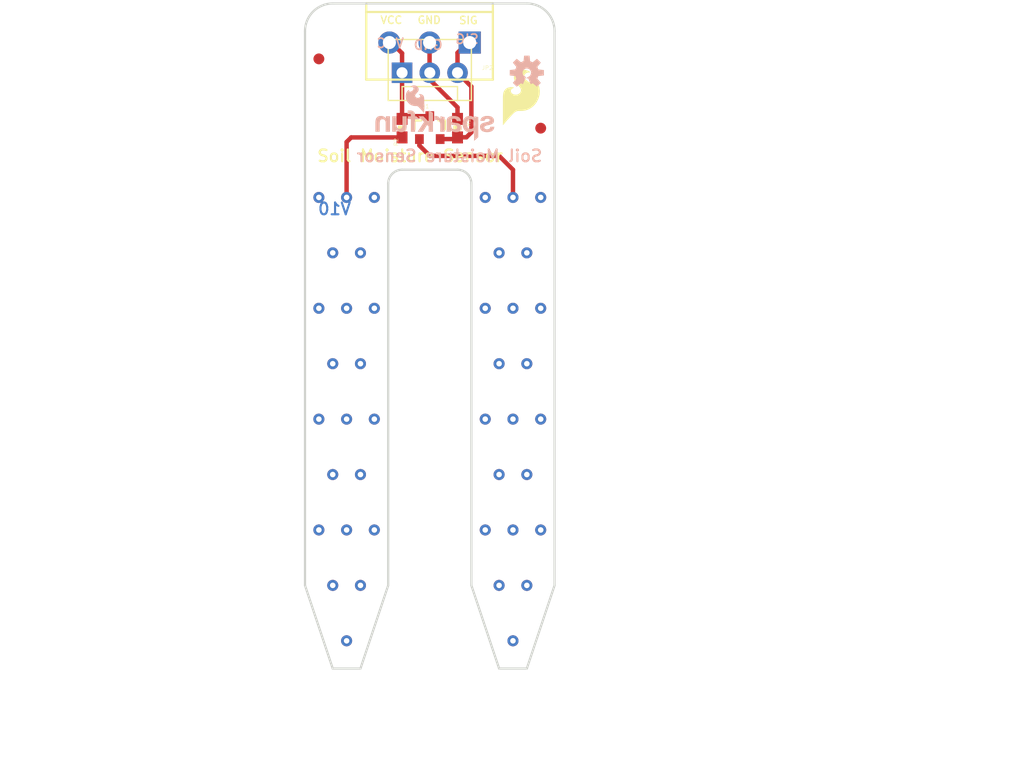
<source format=kicad_pcb>
(kicad_pcb (version 20240108) (generator "pcbnew") (generator_version "8.0")
  (layers (0 "F.Cu" signal) (31 "B.Cu" signal) (34 "B.Paste" user) (35 "F.Paste" user) (36 "B.SilkS" user "B.Silkscreen") (37 "F.SilkS" user "F.Silkscreen") (38 "B.Mask" user) (39 "F.Mask" user) (44 "Edge.Cuts" user))
  (net 0 "")
  (net 1 "/SIG")
  (net 2 "VCC")
  (net 3 "GND")
  (net 4 "/PROBE1")
  (net 5 "/PROBE2")
  (footprint "SparkFun_Soil_Moisture_Sensor:0603-RES" (layer "F.Cu") (at 151.0411 85.9536 -90)
    (property "Reference" "R1" (at -0.889 -0.762 -90) (layer "F.SilkS") (effects (font (size 0.373888 0.373888) (thickness 0.032512)) (justify right top)))
    (property "Value" "10k")
    (fp_poly (pts (xy -0.2286 0.381) (xy 0.2286 0.381) (xy 0.2286 -0.381) (xy -0.2286 -0.381)) (fill solid) (layer "F.SilkS"))
    (pad "1" smd rect (at -0.85 0 270) (size 1.1 1) (layers "F.Cu" "F.Paste" "F.Mask") (net 3 "GND"))
    (pad "2" smd rect (at 0.85 0 270) (size 1.1 1) (layers "F.Cu" "F.Paste" "F.Mask") (net 1 "/SIG"))
  )
  (footprint "SparkFun_Soil_Moisture_Sensor:MOLEX-1X3" (layer "F.Cu") (at 145.9611 80.8736)
    (property "Reference" "JP1" (hide yes))
    (property "Value" "M03POLAR" (hide yes))
    (fp_line (start -1.27 -3.048) (end -1.27 2.54) (stroke (width 0.127)) (layer "F.SilkS"))
    (fp_line (start 0 1.27) (end 5.08 1.27) (stroke (width 0.127)) (layer "F.SilkS"))
    (fp_line (start 0 2.54) (end -1.27 2.54) (stroke (width 0.127)) (layer "F.SilkS"))
    (fp_line (start 0 2.54) (end 0 1.27) (stroke (width 0.127)) (layer "F.SilkS"))
    (fp_line (start 5.08 1.27) (end 5.08 2.54) (stroke (width 0.127)) (layer "F.SilkS"))
    (fp_line (start 5.08 2.54) (end 0 2.54) (stroke (width 0.127)) (layer "F.SilkS"))
    (fp_line (start 6.35 -3.048) (end -1.27 -3.048) (stroke (width 0.127)) (layer "F.SilkS"))
    (fp_line (start 6.35 -3.048) (end 6.35 2.54) (stroke (width 0.127)) (layer "F.SilkS"))
    (fp_line (start 6.35 2.54) (end 5.08 2.54) (stroke (width 0.127)) (layer "F.SilkS"))
    (pad "1" thru_hole rect (at 0 0) (size 1.8796 1.8796) (drill 1.016) (layers "*.Cu" "*.Mask") (net 2 "VCC"))
    (pad "2" thru_hole circle (at 2.54 0) (size 1.8796 1.8796) (drill 1.016) (layers "*.Cu" "*.Mask") (net 3 "GND"))
    (pad "3" thru_hole circle (at 5.08 0) (size 1.8796 1.8796) (drill 1.016) (layers "*.Cu" "*.Mask") (net 1 "/SIG"))
  )
  (footprint "SparkFun_Soil_Moisture_Sensor:SFE_LOGO_FLAME_.2" (layer "F.Cu") (at 154.8511 85.9536)
    (property "Reference" "U$4" (hide yes))
    (property "Value" "" (hide yes))
    (fp_poly (pts (xy 2.350408 -5.352523) (xy 2.530814 -5.30241) (xy 2.681118 -5.242289) (xy 2.801381 -5.172135) (xy 2.871447 -5.122087) (xy 2.908389 -5.09746) (xy 2.889687 -5.09746) (xy 2.849688 -5.10746) (xy 2.720136 -5.10746) (xy 2.630452 -5.097495) (xy 2.550888 -5.077604) (xy 2.471429 -5.037874) (xy 2.391839 -4.968233) (xy 2.352152 -4.918624) (xy 2.322316 -4.858952) (xy 2.30246 -4.809312) (xy 2.292574 -4.75) (xy 2.302481 -4.69056) (xy 2.322333 -4.621078) (xy 2.362134 -4.561378) (xy 2.412 -4.481591) (xy 2.461723 -4.431869) (xy 2.531572 -4.371998) (xy 2.601476 -4.322067) (xy 2.671312 -4.272183) (xy 2.750926 -4.232376) (xy 2.820698 -4.212442) (xy 2.890355 -4.19254) (xy 2.959477 -4.19254) (xy 3.028551 -4.222143) (xy 3.077982 -4.271574) (xy 3.107574 -4.320894) (xy 3.117495 -4.380418) (xy 3.127418 -4.439956) (xy 3.11746 -4.489748) (xy 3.11746 -4.554583) (xy 3.281592 -4.452001) (xy 3.452057 -4.281535) (xy 3.582326 -4.041038) (xy 3.682475 -3.760623) (xy 3.732551 -3.430119) (xy 3.71252 -3.079583) (xy 3.612378 -2.71907) (xy 3.422151 -2.348628) (xy 3.281933 -2.168348) (xy 3.13171 -2.00811) (xy 2.961453 -1.877913) (xy 2.771205 -1.757757) (xy 2.570861 -1.667602) (xy 2.350494 -1.607502) (xy 2.110158 -1.57746) (xy 1.720342 -1.57746) (xy 1.610861 -1.547601) (xy 1.501267 -1.497786) (xy 1.401581 -1.428005) (xy 1.301749 -1.338157) (xy 1.191872 -1.22828) (xy 1.081901 -1.098315) (xy 0.951865 -0.958277) (xy 0.951866 -0.958277) (xy 0.831866 -0.828277) (xy 0.721915 -0.708331) (xy 0.62192 -0.588337) (xy 0.531947 -0.488367) (xy 0.461968 -0.398393) (xy 0.401865 -0.328273) (xy 0.362088 -0.288496) (xy 0.34746 -0.25924) (xy 0.34746 -2.840067) (xy 0.357468 -3.030225) (xy 0.377504 -3.190509) (xy 0.417635 -3.330969) (xy 0.477869 -3.441397) (xy 0.548092 -3.531684) (xy 0.628382 -3.611974) (xy 0.718811 -3.67226) (xy 0.819192 -3.712412) (xy 0.929416 -3.742474) (xy 1.029748 -3.76254) (xy 1.210181 -3.76254) (xy 1.280661 -3.752471) (xy 1.330863 -3.732389) (xy 1.360413 -3.72254) (xy 1.376132 -3.72254) (xy 1.361505 -3.707912) (xy 1.341136 -3.697728) (xy 1.301041 -3.677681) (xy 1.251256 -3.657767) (xy 1.211552 -3.627989) (xy 1.161697 -3.588105) (xy 1.121924 -3.548332) (xy 1.092279 -3.508806) (xy 1.07254 -3.449587) (xy 1.07254 -3.380355) (xy 1.092376 -3.310926) (xy 1.122088 -3.251504) (xy 1.181723 -3.191869) (xy 1.251275 -3.132252) (xy 1.340734 -3.102433) (xy 1.450342 -3.07254) (xy 1.609645 -3.07254) (xy 1.748921 -3.112333) (xy 1.868325 -3.191935) (xy 1.957736 -3.291281) (xy 1.99746 -3.420383) (xy 1.99746 -3.559436) (xy 1.927847 -3.708605) (xy 1.798139 -3.858268) (xy 1.628085 -4.028323) (xy 1.497836 -4.198649) (xy 1.407627 -4.379066) (xy 1.35746 -4.549634) (xy 1.35746 -4.720435) (xy 1.417717 -4.891162) (xy 1.528109 -5.051733) (xy 1.69859 -5.192129) (xy 1.929117 -5.312404) (xy 2.149778 -5.362554)) (fill solid) (layer "F.SilkS"))
  )
  (footprint "SparkFun_Soil_Moisture_Sensor:SCREWTERMINAL-3.5MM-3_LOCK.007S" (layer "F.Cu") (at 151.9809 78.105 180)
    (property "Reference" "JP2" (at -1.27 -2.54 180) (layer "F.SilkS") (effects (font (size 0.373888 0.373888) (thickness 0.032512)) (justify left bottom)))
    (property "Value" "M03SCREW_LOCK")
    (fp_line (start 9.3 3.6) (end -2.3 3.6) (stroke (width 0.2032)) (layer "F.SilkS"))
    (fp_line (start 9.3 2.8) (end 9.3 3.6) (stroke (width 0.2032)) (layer "F.SilkS"))
    (fp_line (start 9.3 2.8) (end -2.3 2.8) (stroke (width 0.2032)) (layer "F.SilkS"))
    (fp_line (start 9.3 -3.4) (end 9.3 2.8) (stroke (width 0.2032)) (layer "F.SilkS"))
    (fp_line (start -2.3 3.6) (end -2.3 2.8) (stroke (width 0.2032)) (layer "F.SilkS"))
    (fp_line (start -2.3 2.8) (end -2.3 -3.4) (stroke (width 0.2032)) (layer "F.SilkS"))
    (fp_line (start -2.3 -3.4) (end 9.3 -3.4) (stroke (width 0.2032)) (layer "F.SilkS"))
    (pad "1" thru_hole rect (at -0.1778 0 180) (size 2.032 2.032) (drill 1.2) (layers "*.Cu" "*.Mask") (net 1 "/SIG"))
    (pad "2" thru_hole circle (at 3.5 0 180) (size 2.032 2.032) (drill 1.2) (layers "*.Cu" "*.Mask") (net 3 "GND"))
    (pad "3" thru_hole circle (at 7.1778 0 180) (size 2.032 2.032) (drill 1.2) (layers "*.Cu" "*.Mask") (net 2 "VCC"))
  )
  (footprint "SparkFun_Soil_Moisture_Sensor:FIDUCIAL-1X2" (layer "F.Cu") (at 138.3411 79.6036)
    (property "Reference" "FID1" (hide yes))
    (property "Value" "FIDUCIAL1X2" (hide yes))
    (pad "1" smd roundrect (at 0 0) (size 1 1) (layers "F.Cu" "F.Mask") (roundrect_rratio 0.5))
  )
  (footprint "SparkFun_Soil_Moisture_Sensor:0603-RES" (layer "F.Cu") (at 145.9611 85.9536 90)
    (property "Reference" "R2" (at -0.889 -0.762 90) (layer "F.SilkS") (effects (font (size 0.373888 0.373888) (thickness 0.032512)) (justify right top)))
    (property "Value" "100")
    (fp_poly (pts (xy -0.2286 0.381) (xy 0.2286 0.381) (xy 0.2286 -0.381) (xy -0.2286 -0.381)) (fill solid) (layer "F.SilkS"))
    (pad "1" smd rect (at -0.85 0 90) (size 1.1 1) (layers "F.Cu" "F.Paste" "F.Mask") (net 5 "/PROBE2"))
    (pad "2" smd rect (at 0.85 0 90) (size 1.1 1) (layers "F.Cu" "F.Paste" "F.Mask") (net 2 "VCC"))
  )
  (footprint "SparkFun_Soil_Moisture_Sensor:CREATIVE_COMMONS" (layer "F.Cu") (at 129.4511 145.6436)
    (property "Reference" "FRAME1" (hide yes))
    (property "Value" "FRAME-LETTER" (hide yes))
  )
  (footprint "SparkFun_Soil_Moisture_Sensor:STAND-OFF" (layer "F.Cu") (at 139.6111 77.0636)
    (property "Reference" "STANDOFF1" (hide yes))
    (property "Value" "STAND-OFF" (hide yes))
    (pad "" np_thru_hole circle (at 0 0) (size 3.302 3.302) (drill 3.302) (layers "*.Cu" "*.Mask"))
  )
  (footprint "SparkFun_Soil_Moisture_Sensor:STAND-OFF" (layer "F.Cu") (at 157.3911 77.0636)
    (property "Reference" "STANDOFF2" (hide yes))
    (property "Value" "STAND-OFF" (hide yes))
    (pad "" np_thru_hole circle (at 0 0) (size 3.302 3.302) (drill 3.302) (layers "*.Cu" "*.Mask"))
  )
  (footprint "SparkFun_Soil_Moisture_Sensor:SOT23-3" (layer "F.Cu") (at 148.5011 85.9536)
    (property "Reference" "Q1" (at -0.8255 -1.778 0) (layer "F.SilkS") (effects (font (size 0.373888 0.373888) (thickness 0.032512)) (justify left bottom)))
    (property "Value" "TRANSISTOR_NPNMMBT2222A")
    (fp_line (start -1.4 -0.7) (end -1.4 0.1) (stroke (width 0.2032)) (layer "F.SilkS"))
    (fp_line (start -0.8 -0.7) (end -1.4 -0.7) (stroke (width 0.2032)) (layer "F.SilkS"))
    (fp_line (start 0.8 -0.7) (end 1.4 -0.7) (stroke (width 0.2032)) (layer "F.SilkS"))
    (fp_line (start 1.4 -0.7) (end 1.4 0.1) (stroke (width 0.2032)) (layer "F.SilkS"))
    (pad "1" smd rect (at -0.95 1) (size 0.8 0.9) (layers "F.Cu" "F.Paste" "F.Mask") (net 4 "/PROBE1"))
    (pad "2" smd rect (at 0.95 1) (size 0.8 0.9) (layers "F.Cu" "F.Paste" "F.Mask") (net 1 "/SIG"))
    (pad "3" smd rect (at 0 -1.1) (size 0.8 0.9) (layers "F.Cu" "F.Paste" "F.Mask") (net 2 "VCC"))
  )
  (footprint "SparkFun_Soil_Moisture_Sensor:FIDUCIAL-1X2" (layer "F.Cu") (at 158.6611 85.9536)
    (property "Reference" "FID2" (hide yes))
    (property "Value" "FIDUCIAL1X2" (hide yes))
    (pad "1" smd roundrect (at 0 0) (size 1 1) (layers "F.Cu" "F.Mask") (roundrect_rratio 0.5))
  )
  (footprint "SparkFun_Soil_Moisture_Sensor:SFE_LOGO_NAME_FLAME_.1" (layer "B.Cu") (at 154.8511 87.2236 180)
    (property "Reference" "LOGO1" (hide yes))
    (property "Value" "SFE_LOGO_NAME_FLAME.1_INCH" (hide yes))
    (fp_poly (pts (xy 3.342723 1.632471) (xy 3.332519 1.489622) (xy 3.302427 1.35922) (xy 3.251323 1.23657) (xy 2.906799 1.398699) (xy 2.937517 1.480612) (xy 2.94746 1.560155) (xy 2.94746 1.642606)) (fill solid) (layer "B.SilkS"))
    (fp_poly (pts (xy 6.45254 1.85631) (xy 6.938918 2.36254) (xy 7.406216 2.36254) (xy 6.873268 1.839647) (xy 7.464702 0.93746) (xy 6.988585 0.93746) (xy 6.599469 1.56603) (xy 6.45254 1.428896) (xy 6.45254 0.93746) (xy 6.05746 0.93746) (xy 6.05746 2.681517) (xy 6.45254 2.894253)) (fill solid) (layer "B.SilkS"))
    (fp_poly (pts (xy 4.232958 1.578639) (xy 4.2106 1.56746) (xy 4.190413 1.56746) (xy 4.160412 1.55746) (xy 4.120413 1.55746) (xy 4.090412 1.54746) (xy 4.0506 1.54746) (xy 4.0306 1.53746) (xy 4.00825 1.53746) (xy 3.926458 1.752162) (xy 4.01972 1.762524) (xy 4.109679 1.772519) (xy 4.181909 1.782838)) (fill solid) (layer "B.SilkS"))
    (fp_poly (pts (xy 8.37254 2.88157) (xy 8.37254 2.59746) (xy 8.200312 2.59746) (xy 8.160888 2.587604) (xy 8.121738 2.568029) (xy 8.102203 2.538726) (xy 8.09254 2.5194) (xy 8.09254 2.479687) (xy 8.08254 2.439687) (xy 8.08254 2.36254) (xy 8.35254 2.36254) (xy 8.35254 2.09746) (xy 8.08254 2.09746) (xy 8.08254 0.93746) (xy 7.69746 0.93746) (xy 7.69746 2.09746) (xy 7.30238 2.09746) (xy 7.348332 2.131924) (xy 7.508332 2.291924) (xy 7.548185 2.321814) (xy 7.57873 2.36254) (xy 7.69746 2.36254) (xy 7.69746 2.560461) (xy 7.727642 2.640947) (xy 7.757811 2.711341) (xy 7.808258 2.771877) (xy 7.878686 2.822183) (xy 7.95906 2.86237) (xy 8.059627 2.89254) (xy 8.3506 2.89254)) (fill solid) (layer "B.SilkS"))
    (fp_poly (pts (xy 5.901052 2.38254) (xy 5.91254 2.38254) (xy 5.91254 2.01746) (xy 5.8994 2.01746) (xy 5.8794 2.02746) (xy 5.770123 2.02746) (xy 5.670438 2.017491) (xy 5.590955 1.99762) (xy 5.521658 1.958022) (xy 5.472093 1.898545) (xy 5.432357 1.829007) (xy 5.412466 1.759386) (xy 5.39254 1.669719) (xy 5.39254 0.93746) (xy 4.99746 0.93746) (xy 4.99746 2.292082) (xy 5.049451 2.30248) (xy 5.089687 2.31254) (xy 5.139747 2.31254) (xy 5.189451 2.32248) (xy 5.229443 2.332479) (xy 5.279502 2.342491) (xy 5.329452 2.352481) (xy 5.37254 2.363253) (xy 5.37254 2.099563) (xy 5.407893 2.161432) (xy 5.448032 2.211607) (xy 5.498213 2.271823) (xy 5.548568 2.312107) (xy 5.618958 2.35233) (xy 5.679249 2.372427) (xy 5.749644 2.39254) (xy 5.891052 2.39254)) (fill solid) (layer "B.SilkS"))
    (fp_poly (pts (xy 8.85254 1.560155) (xy 8.86252 1.480315) (xy 8.872513 1.400367) (xy 8.882403 1.341029) (xy 8.912032 1.301524) (xy 8.941733 1.261922) (xy 8.990929 1.232404) (xy 9.040478 1.222495) (xy 9.100052 1.212565) (xy 9.179633 1.222513) (xy 9.239105 1.232425) (xy 9.288425 1.262017) (xy 9.327912 1.301504) (xy 9.357692 1.361064) (xy 9.387524 1.430674) (xy 9.39746 1.510155) (xy 9.39746 2.36254) (xy 9.79254 2.36254) (xy 9.79254 0.93746) (xy 9.41746 0.93746) (xy 9.41746 1.13746) (xy 9.411359 1.13746) (xy 9.372052 1.078499) (xy 9.331807 1.028193) (xy 9.281377 0.987848) (xy 9.221041 0.957681) (xy 9.170874 0.937614) (xy 9.110586 0.917518) (xy 9.040393 0.90749) (xy 8.98012 0.897445) (xy 8.839465 0.907492) (xy 8.728943 0.947682) (xy 8.638542 0.997904) (xy 8.568001 1.058368) (xy 8.517646 1.149007) (xy 8.487526 1.249406) (xy 8.46746 1.359771) (xy 8.46746 2.36254) (xy 8.85254 2.36254)) (fill solid) (layer "B.SilkS"))
    (fp_poly (pts (xy 10.950429 2.382516) (xy 11.060965 2.35237) (xy 11.151545 2.302048) (xy 11.222001 2.231592) (xy 11.272335 2.151057) (xy 11.302474 2.050594) (xy 11.322522 1.940325) (xy 11.33254 1.810098) (xy 11.33254 0.93746) (xy 10.93746 0.93746) (xy 10.93746 1.739845) (xy 10.927486 1.819641) (xy 10.917491 1.889606) (xy 10.907574 1.949105) (xy 10.877889 1.998581) (xy 10.848266 2.038077) (xy 10.799071 2.067595) (xy 10.749522 2.077505) (xy 10.689947 2.087434) (xy 10.610367 2.077486) (xy 10.550894 2.067574) (xy 10.501697 2.038056) (xy 10.462091 1.988548) (xy 10.432268 1.938843) (xy 10.402482 1.869342) (xy 10.39254 1.779864) (xy 10.39254 0.93746) (xy 9.99746 0.93746) (xy 9.99746 2.36254) (xy 10.37254 2.36254) (xy 10.37254 2.16254) (xy 10.378641 2.16254) (xy 10.418026 2.221618) (xy 10.458303 2.261896) (xy 10.508499 2.302052) (xy 10.568874 2.342302) (xy 10.629197 2.36241) (xy 10.689386 2.382473) (xy 10.74979 2.39254) (xy 10.810091 2.39254)) (fill solid) (layer "B.SilkS"))
    (fp_poly (pts (xy 2.850522 2.382511) (xy 2.991123 2.332296) (xy 3.101656 2.261957) (xy 3.192029 2.161542) (xy 3.262327 2.051075) (xy 3.30246 1.920641) (xy 3.332522 1.780352) (xy 3.34272 1.627389) (xy 2.94746 1.637524) (xy 2.94746 1.729845) (xy 2.937517 1.809387) (xy 2.907648 1.889038) (xy 2.877809 1.95866) (xy 2.828284 2.018091) (xy 2.768789 2.057755) (xy 2.699342 2.087518) (xy 2.610018 2.097442) (xy 2.530612 2.087517) (xy 2.45127 2.057764) (xy 2.401786 2.018176) (xy 2.35219 1.95866) (xy 2.322352 1.889038) (xy 2.292482 1.809387) (xy 2.28254 1.729845) (xy 2.28254 1.560312) (xy 2.302464 1.480616) (xy 2.322413 1.400817) (xy 2.352143 1.331449) (xy 2.401716 1.281876) (xy 2.461213 1.232294) (xy 2.530494 1.2125) (xy 2.619981 1.202557) (xy 2.699531 1.2125) (xy 2.77882 1.232323) (xy 2.838176 1.281786) (xy 2.877799 1.331315) (xy 2.908702 1.403418) (xy 3.253521 1.24115) (xy 3.192055 1.128463) (xy 3.101655 1.038063) (xy 2.991176 0.957715) (xy 2.870575 0.917514) (xy 2.719958 0.897432) (xy 2.659582 0.907495) (xy 2.599582 0.917495) (xy 2.539206 0.927557) (xy 2.478777 0.957772) (xy 2.428693 0.987822) (xy 2.378302 1.018057) (xy 2.338017 1.068413) (xy 2.298779 1.11746) (xy 2.29254 1.11746) (xy 2.29254 0.093868) (xy 2.198303 0.188105) (xy 2.098413 0.268017) (xy 2.048303 0.308104) (xy 1.998204 0.358204) (xy 1.958303 0.398104) (xy 1.90746 0.438779) (xy 1.90746 2.291983) (xy 1.949443 2.302479) (xy 1.999748 2.31254) (xy 2.049688 2.31254) (xy 2.089443 2.322479) (xy 2.139451 2.33248) (xy 2.179443 2.342479) (xy 2.229502 2.352491) (xy 2.28254 2.363098) (xy 2.28254 2.18724) (xy 2.318104 2.231697) (xy 2.358303 2.271896) (xy 2.408547 2.31209) (xy 2.458693 2.342178) (xy 2.509107 2.372426) (xy 2.569582 2.382505) (xy 2.62979 2.39254) (xy 2.700085 2.39254)) (fill solid) (layer "B.SilkS"))
    (fp_poly (pts (xy 1.310594 2.372474) (xy 1.410884 2.342387) (xy 1.501294 2.302204) (xy 1.581814 2.241814) (xy 1.642169 2.161341) (xy 1.692443 2.060794) (xy 1.712998 1.93746) (xy 1.337918 1.93746) (xy 1.327554 1.989276) (xy 1.30774 2.03881) (xy 1.288168 2.068168) (xy 1.258726 2.087797) (xy 1.218952 2.107684) (xy 1.169512 2.12746) (xy 1.000413 2.12746) (xy 0.970711 2.117559) (xy 0.930715 2.10756) (xy 0.901629 2.097865) (xy 0.882113 2.068591) (xy 0.86254 2.039231) (xy 0.86254 2.000312) (xy 0.872339 1.961114) (xy 0.901814 1.921814) (xy 0.94134 1.89217) (xy 1.000974 1.862353) (xy 1.060567 1.842488) (xy 1.140467 1.832501) (xy 1.220616 1.812464) (xy 1.300616 1.792464) (xy 1.38056 1.772477) (xy 1.470926 1.752396) (xy 1.54126 1.712205) (xy 1.611454 1.672094) (xy 1.671909 1.621715) (xy 1.712243 1.561215) (xy 1.742483 1.490655) (xy 1.752562 1.399946) (xy 1.732472 1.269367) (xy 1.692258 1.158778) (xy 1.631873 1.078263) (xy 1.551427 1.007874) (xy 1.450911 0.957616) (xy 1.340544 0.927516) (xy 1.220315 0.907477) (xy 1.1 0.897451) (xy 0.979685 0.907477) (xy 0.859456 0.927516) (xy 0.749089 0.957616) (xy 0.648573 1.007874) (xy 0.568144 1.078249) (xy 0.497775 1.168724) (xy 0.457534 1.269327) (xy 0.437039 1.40254) (xy 0.81254 1.40254) (xy 0.81254 1.340488) (xy 0.832232 1.291256) (xy 0.861814 1.251814) (xy 0.901524 1.222032) (xy 0.941029 1.192403) (xy 1.000458 1.182499) (xy 1.050478 1.172495) (xy 1.109895 1.162592) (xy 1.149687 1.17254) (xy 1.189688 1.17254) (xy 1.229112 1.182396) (xy 1.26866 1.20217) (xy 1.308332 1.231924) (xy 1.337706 1.261298) (xy 1.347536 1.300616) (xy 1.357382 1.34) (xy 1.347604 1.379112) (xy 1.327996 1.418328) (xy 1.288581 1.447889) (xy 1.238933 1.477678) (xy 1.179284 1.497561) (xy 1.099384 1.517536) (xy 1.019451 1.537519) (xy 0.919475 1.557515) (xy 0.829275 1.577559) (xy 0.749053 1.607642) (xy 0.678866 1.637723) (xy 0.608664 1.677838) (xy 0.548168 1.718168) (xy 0.507757 1.778785) (xy 0.477517 1.849345) (xy 0.467448 1.939965) (xy 0.4775 2.06059) (xy 0.517803 2.161346) (xy 0.588209 2.24181) (xy 0.658584 2.302132) (xy 0.759168 2.352424) (xy 0.859524 2.372495) (xy 0.969771 2.39254) (xy 1.200229 2.39254)) (fill solid) (layer "B.SilkS"))
    (fp_poly (pts (xy 7.950848 5.162395) (xy 8.031017 5.132331) (xy 8.091341 5.102169) (xy 8.131668 5.071924) (xy 8.146132 5.05746) (xy 8.109588 5.05746) (xy 8.079587 5.06746) (xy 8.050312 5.06746) (xy 8.010557 5.057521) (xy 7.960831 5.047575) (xy 7.92134 5.02783) (xy 7.881871 4.998228) (xy 7.862303 4.968876) (xy 7.852353 4.939026) (xy 7.842353 4.919026) (xy 7.832677 4.89) (xy 7.842441 4.860711) (xy 7.852357 4.821042) (xy 7.872201 4.791277) (xy 7.892087 4.751504) (xy 7.921618 4.721973) (xy 7.951468 4.702074) (xy 7.991472 4.672071) (xy 8.021274 4.652203) (xy 8.1006 4.61254) (xy 8.169587 4.61254) (xy 8.198876 4.622303) (xy 8.227865 4.641629) (xy 8.23759 4.670803) (xy 8.24746 4.700413) (xy 8.24746 4.78411) (xy 8.331573 4.742053) (xy 8.412067 4.651498) (xy 8.482313 4.531076) (xy 8.53246 4.390665) (xy 8.562553 4.230166) (xy 8.552521 4.049585) (xy 8.502367 3.86903) (xy 8.402125 3.688595) (xy 8.331908 3.598316) (xy 8.251736 3.518144) (xy 8.171502 3.447939) (xy 8.071132 3.387717) (xy 7.970808 3.347588) (xy 7.860544 3.317516) (xy 7.74021 3.29746) (xy 7.550208 3.29746) (xy 7.490894 3.287574) (xy 7.441452 3.257909) (xy 7.391587 3.218017) (xy 7.341786 3.178176) (xy 7.291878 3.118285) (xy 7.231796 3.058204) (xy 7.161944 2.988352) (xy 7.111945 2.918353) (xy 7.051876 2.858284) (xy 7.001878 2.798285) (xy 6.951923 2.748331) (xy 6.921924 2.708332) (xy 6.891973 2.678381) (xy 6.871359 2.64746) (xy 6.85746 2.64746) (xy 6.85746 3.930141) (xy 6.867476 4.02028) (xy 6.877505 4.110548) (xy 6.897647 4.170974) (xy 6.927772 4.231223) (xy 6.958149 4.281851) (xy 7.008581 4.31211) (xy 7.048745 4.342234) (xy 7.099057 4.362358) (xy 7.149312 4.38246) (xy 7.20979 4.39254) (xy 7.290313 4.39254) (xy 7.330312 4.38254) (xy 7.3506 4.38254) (xy 7.374288 4.370696) (xy 7.361505 4.357912) (xy 7.341136 4.347728) (xy 7.320974 4.337647) (xy 7.291371 4.327779) (xy 7.251973 4.288381) (xy 7.232303 4.258876) (xy 7.22254 4.229587) (xy 7.22254 4.200413) (xy 7.232353 4.170974) (xy 7.252088 4.131504) (xy 7.281619 4.101973) (xy 7.311189 4.082259) (xy 7.360723 4.062446) (xy 7.410253 4.05254) (xy 7.489688 4.05254) (xy 7.568957 4.072357) (xy 7.628262 4.111894) (xy 7.667733 4.161232) (xy 7.68746 4.220413) (xy 7.68746 4.289477) (xy 7.657823 4.358629) (xy 7.588088 4.438327) (xy 7.508095 4.52832) (xy 7.437911 4.608531) (xy 7.387601 4.699089) (xy 7.36746 4.789721) (xy 7.36746 4.870412) (xy 7.397711 4.961166) (xy 7.448099 5.031709) (xy 7.538529 5.112091) (xy 7.649143 5.172426) (xy 7.759771 5.19254) (xy 7.860412 5.19254)) (fill solid) (layer "B.SilkS"))
    (fp_poly (pts (xy 4.320253 2.38254) (xy 4.380252 2.38254) (xy 4.430727 2.372445) (xy 4.480723 2.352445) (xy 4.530727 2.342445) (xy 4.581255 2.322234) (xy 4.621524 2.292032) (xy 4.661524 2.262032) (xy 4.701814 2.231814) (xy 4.732169 2.191341) (xy 4.752319 2.151041) (xy 4.772445 2.100727) (xy 4.78254 2.050252) (xy 4.78254 1.1806) (xy 4.79254 1.1606) (xy 4.79254 1.0706) (xy 4.80254 1.0506) (xy 4.80254 1.0306) (xy 4.81254 1.0106) (xy 4.81254 0.9806) (xy 4.822088 0.961504) (xy 4.83254 0.951052) (xy 4.83254 0.93746) (xy 4.43746 0.93746) (xy 4.43746 0.948948) (xy 4.42746 0.958948) (xy 4.42746 0.968948) (xy 4.41746 0.978948) (xy 4.41746 1.008948) (xy 4.40746 1.018948) (xy 4.40746 1.071611) (xy 4.391832 1.048168) (xy 4.361618 1.028026) (xy 4.341618 1.008026) (xy 4.311126 0.987698) (xy 4.281124 0.977697) (xy 4.251126 0.957698) (xy 4.220803 0.94759) (xy 4.160803 0.92759) (xy 4.130412 0.91746) (xy 4.100413 0.91746) (xy 4.070412 0.90746) (xy 4.030413 0.90746) (xy 4.000412 0.89746) (xy 3.889748 0.89746) (xy 3.839747 0.90746) (xy 3.789687 0.90746) (xy 3.749217 0.917578) (xy 3.698959 0.937681) (xy 3.658723 0.957799) (xy 3.628726 0.977796) (xy 3.588495 0.997912) (xy 3.558026 1.028382) (xy 3.537928 1.058528) (xy 3.507926 1.098532) (xy 3.487608 1.129009) (xy 3.477575 1.179168) (xy 3.45746 1.2194) (xy 3.45746 1.269747) (xy 3.447414 1.319977) (xy 3.467533 1.430632) (xy 3.49767 1.521042) (xy 3.538013 1.591642) (xy 3.60853 1.652086) (xy 3.678917 1.692307) (xy 3.759244 1.722429) (xy 3.83955 1.742506) (xy 3.931674 1.752742) (xy 4.013317 1.538428) (xy 3.980974 1.527647) (xy 3.961504 1.517912) (xy 3.951505 1.507912) (xy 3.931136 1.497728) (xy 3.911504 1.487912) (xy 3.901505 1.477912) (xy 3.881893 1.468106) (xy 3.85254 1.4094) (xy 3.85254 1.3894) (xy 3.84254 1.3694) (xy 3.84254 1.320412) (xy 3.85254 1.290412) (xy 3.85254 1.2706) (xy 3.862087 1.251504) (xy 3.872088 1.241505) (xy 3.881893 1.221893) (xy 3.901505 1.212088) (xy 3.911504 1.202087) (xy 3.931136 1.192272) (xy 3.9506 1.18254) (xy 3.9706 1.18254) (xy 3.9906 1.17254) (xy 4.0106 1.17254) (xy 4.0306 1.16254) (xy 4.079747 1.16254) (xy 4.129748 1.17254) (xy 4.1794 1.17254) (xy 4.219113 1.192397) (xy 4.258957 1.202357) (xy 4.288381 1.221973) (xy 4.308026 1.241618) (xy 4.328026 1.271618) (xy 4.347779 1.291371) (xy 4.35759 1.320803) (xy 4.367647 1.350974) (xy 4.377647 1.370974) (xy 4.38746 1.400413) (xy 4.38746 1.623868) (xy 4.371052 1.60746) (xy 4.3506 1.60746) (xy 4.3106 1.58746) (xy 4.2906 1.58746) (xy 4.2706 1.57746) (xy 4.228017 1.57746) (xy 4.17694 1.781767) (xy 4.249238 1.802423) (xy 4.308933 1.822322) (xy 4.358266 1.851922) (xy 4.38746 1.890846) (xy 4.38746 1.9994) (xy 4.367728 2.038864) (xy 4.357912 2.058495) (xy 4.347912 2.068495) (xy 4.338106 2.088106) (xy 4.318864 2.097728) (xy 4.2794 2.11746) (xy 4.2594 2.11746) (xy 4.2394 2.12746) (xy 4.0606 2.12746) (xy 3.961504 2.077912) (xy 3.922088 2.038496) (xy 3.912353 2.019026) (xy 3.902353 1.989026) (xy 3.89254 1.9694) (xy 3.89254 1.91746) (xy 3.497002 1.91746) (xy 3.507495 1.980418) (xy 3.517527 2.040614) (xy 3.537721 2.101194) (xy 3.567888 2.141418) (xy 3.597889 2.191419) (xy 3.628186 2.231814) (xy 3.668581 2.262111) (xy 3.718693 2.292178) (xy 3.768868 2.322283) (xy 3.819273 2.342445) (xy 3.869346 2.352459) (xy 3.929386 2.372473) (xy 3.989522 2.382495) (xy 4.039748 2.39254) (xy 4.270252 2.39254)) (fill solid) (layer "B.SilkS"))
  )
  (footprint "SparkFun_Soil_Moisture_Sensor:OSHW-LOGO-S" (layer "B.Cu") (at 157.3911 80.8736 180)
    (property "Reference" "LOGO2" (hide yes))
    (property "Value" "OSHW-LOGOS" (hide yes))
    (fp_poly (pts (xy 0.301646 1.06135) (xy 0.42347 1.022344) (xy 0.537176 0.963768) (xy 0.92862 1.282946) (xy 1.282946 0.92862) (xy 0.961034 0.533823) (xy 1.057045 0.302084) (xy 1.5638 0.250561) (xy 1.5638 -0.250561) (xy 1.057045 -0.302084) (xy 0.961034 -0.533823) (xy 1.282946 -0.92862) (xy 0.92862 -1.282946) (xy 0.537177 -0.963769) (xy 0.356601 -1.056794) (xy 0.088679 -0.410073) (xy 0.326262 -0.217599) (xy 0.373649 -0.121467) (xy 0.392728 -0.010339) (xy 0.379464 0.101633) (xy 0.334947 0.205228) (xy 0.262841 0.291917) (xy 0.169087 0.35456) (xy 0.061406 0.387998) (xy -0.051341 0.38948) (xy -0.159867 0.358881) (xy -0.255233 0.298724) (xy -0.329589 0.213961) (xy -0.376813 0.111569) (xy -0.392175 0.005766) (xy -0.322922 -0.222564) (xy -0.249312 -0.303772) (xy 0.091677 -0.5081) (xy -0.12929 -0.5081) (xy -0.355332 -1.053732) (xy -0.506597 -0.983577) (xy -0.538921 -0.965192) (xy -0.92862 -1.282946) (xy -1.282946 -0.92862) (xy -0.961034 -0.533823) (xy -1.057045 -0.302084) (xy -1.5638 -0.250561) (xy -1.5638 0.250561) (xy -1.057045 0.302084) (xy -0.961034 0.533823) (xy -1.282946 0.92862) (xy -0.92862 1.282946) (xy -0.533823 0.961034) (xy -0.302084 1.057045) (xy -0.250561 1.5638) (xy 0.250561 1.5638)) (fill solid) (layer "B.SilkS"))
  )
  (gr_line (start 152.3111 127.8636) (end 152.3111 91.0336) (stroke (width 0.2032)) (layer "Edge.Cuts"))
  (gr_line (start 154.8511 135.4836) (end 152.3111 127.8636) (stroke (width 0.2032)) (layer "Edge.Cuts"))
  (gr_arc (start 137.0711 77.0636) (mid 137.815049 75.267549) (end 139.6111 74.5236) (stroke (width 0.2032)) (layer "Edge.Cuts"))
  (gr_line (start 139.6111 135.4836) (end 142.1511 135.4836) (stroke (width 0.2032)) (layer "Edge.Cuts"))
  (gr_arc (start 151.0411 89.7636) (mid 151.939126 90.135574) (end 152.3111 91.0336) (stroke (width 0.2032)) (layer "Edge.Cuts"))
  (gr_line (start 139.6111 74.5236) (end 157.3911 74.5236) (stroke (width 0.2032)) (layer "Edge.Cuts"))
  (gr_line (start 159.9311 77.0636) (end 159.9311 127.8636) (stroke (width 0.2032)) (layer "Edge.Cuts"))
  (gr_arc (start 157.3911 74.5236) (mid 159.187151 75.267549) (end 159.9311 77.0636) (stroke (width 0.2032)) (layer "Edge.Cuts"))
  (gr_line (start 137.0711 77.0636) (end 137.0711 127.8636) (stroke (width 0.2032)) (layer "Edge.Cuts"))
  (gr_line (start 145.9611 89.7636) (end 151.0411 89.7636) (stroke (width 0.2032)) (layer "Edge.Cuts"))
  (gr_line (start 142.1511 135.4836) (end 144.6911 127.8636) (stroke (width 0.2032)) (layer "Edge.Cuts"))
  (gr_arc (start 144.6911 91.0336) (mid 145.063074 90.135574) (end 145.9611 89.7636) (stroke (width 0.2032)) (layer "Edge.Cuts"))
  (gr_line (start 144.6911 127.8636) (end 144.6911 91.0336) (stroke (width 0.2032)) (layer "Edge.Cuts"))
  (gr_line (start 137.0711 127.8636) (end 139.6111 135.4836) (stroke (width 0.2032)) (layer "Edge.Cuts"))
  (gr_line (start 157.3911 135.4836) (end 154.8511 135.4836) (stroke (width 0.2032)) (layer "Edge.Cuts"))
  (gr_line (start 159.9311 127.8636) (end 157.3911 135.4836) (stroke (width 0.2032)) (layer "Edge.Cuts"))
  (gr_text "V10" (at 141.3891 93.989676 -0) (layer "B.Cu") (effects (font (size 1.0795 1.0795) (thickness 0.1905)) (justify left bottom mirror)))
  (gr_text "GND" (at 149.7711 78.837004 -0) (layer "B.SilkS") (effects (font (size 0.8636 0.8636) (thickness 0.1524)) (justify left bottom mirror)))
  (gr_text "VCC" (at 146.2151 78.672509 -0) (layer "B.SilkS") (effects (font (size 0.8636 0.8636) (thickness 0.1524)) (justify left bottom mirror)))
  (gr_text "SIG" (at 153.0731 78.302394 -0) (layer "B.SilkS") (effects (font (size 0.8636 0.8636) (thickness 0.1524)) (justify left bottom mirror)))
  (gr_text "Soil Moisture Sensor" (at 158.9151 89.1286 0) (layer "B.SilkS") (effects (font (size 1.0795 1.0795) (thickness 0.1905)) (justify left bottom mirror)))
  (gr_text "Soil Moisture Sensor" (at 138.0871 89.1286 0) (layer "F.SilkS") (effects (font (size 1.0795 1.0795) (thickness 0.1905)) (justify left bottom)))
  (gr_text "GND" (at 147.310977 75.6412 0) (layer "F.SilkS") (effects (font (size 0.69088 0.69088) (thickness 0.12192)) (justify left top)))
  (gr_text "VCC" (at 143.911973 75.6412 0) (layer "F.SilkS") (effects (font (size 0.69088 0.69088) (thickness 0.12192)) (justify left top)))
  (gr_text "SIG" (at 151.116865 75.6666 0) (layer "F.SilkS") (effects (font (size 0.69088 0.69088) (thickness 0.12192)) (justify left top)))
  (segment (start 152.3111 86.3346) (end 151.8539 86.7918) (width 0.4064) (layer "F.Cu") (net 1))
  (segment (start 149.4511 86.9536) (end 150.8911 86.9536) (width 0.4064) (layer "F.Cu") (net 1))
  (segment (start 151.9809 78.105) (end 152.1587 78.105) (width 0.4064) (layer "F.Cu") (net 1))
  (segment (start 151.0411 79.0448) (end 151.9809 78.105) (width 0.4064) (layer "F.Cu") (net 1))
  (segment (start 151.0529 86.7918) (end 151.0411 86.8036) (width 0.254) (layer "F.Cu") (net 1))
  (segment (start 151.0411 79.0448) (end 151.0411 80.8736) (width 0.4064) (layer "F.Cu") (net 1))
  (segment (start 151.0411 80.8736) (end 152.3111 82.1436) (width 0.4064) (layer "F.Cu") (net 1))
  (segment (start 151.8539 86.7918) (end 151.0529 86.7918) (width 0.4064) (layer "F.Cu") (net 1))
  (segment (start 150.8911 86.9536) (end 151.0411 86.8036) (width 0.254) (layer "F.Cu") (net 1))
  (segment (start 152.3111 82.1436) (end 152.3111 86.3346) (width 0.4064) (layer "F.Cu") (net 1))
  (segment (start 144.9809 78.105) (end 144.8031 78.105) (width 0.4064) (layer "F.Cu") (net 2))
  (segment (start 145.9611 79.0852) (end 145.9611 80.8736) (width 0.4064) (layer "F.Cu") (net 2))
  (segment (start 145.9611 85.1036) (end 146.2111 84.8536) (width 0.254) (layer "F.Cu") (net 2))
  (segment (start 145.9611 80.8736) (end 145.9611 85.1036) (width 0.4064) (layer "F.Cu") (net 2))
  (segment (start 146.2111 84.8536) (end 148.5011 84.8536) (width 0.4064) (layer "F.Cu") (net 2))
  (segment (start 145.9611 79.0852) (end 144.9809 78.105) (width 0.4064) (layer "F.Cu") (net 2))
  (segment (start 151.0411 84.0486) (end 151.0411 85.1036) (width 0.4064) (layer "F.Cu") (net 3))
  (segment (start 148.4809 80.8534) (end 148.5011 80.8736) (width 0.254) (layer "F.Cu") (net 3))
  (segment (start 148.5011 81.5086) (end 151.0411 84.0486) (width 0.4064) (layer "F.Cu") (net 3))
  (segment (start 148.5011 80.8736) (end 148.5011 81.5086) (width 0.4064) (layer "F.Cu") (net 3))
  (segment (start 148.4809 80.8534) (end 148.4809 78.105) (width 0.4064) (layer "F.Cu") (net 3))
  (segment (start 156.1211 92.3036) (end 156.1211 89.7636) (width 0.4064) (layer "F.Cu") (net 4))
  (segment (start 156.1211 89.7636) (end 154.8511 88.4936) (width 0.4064) (layer "F.Cu") (net 4))
  (segment (start 147.5511 87.5436) (end 148.5011 88.4936) (width 0.4064) (layer "F.Cu") (net 4))
  (segment (start 147.5511 86.9536) (end 147.5511 87.5436) (width 0.4064) (layer "F.Cu") (net 4))
  (segment (start 148.5011 88.4936) (end 154.8511 88.4936) (width 0.4064) (layer "F.Cu") (net 4))
  (via (at 154.8511 107.5436) (size 1.016) (drill 0.508) (layers "F.Cu" "B.Cu") (net 4))
  (via (at 157.3911 127.8636) (size 1.016) (drill 0.508) (layers "F.Cu" "B.Cu") (net 4))
  (via (at 156.1211 132.9436) (size 1.016) (drill 0.508) (layers "F.Cu" "B.Cu") (net 4))
  (via (at 156.1211 112.6236) (size 1.016) (drill 0.508) (layers "F.Cu" "B.Cu") (net 4))
  (via (at 154.8511 117.7036) (size 1.016) (drill 0.508) (layers "F.Cu" "B.Cu") (net 4))
  (via (at 153.5811 122.7836) (size 1.016) (drill 0.508) (layers "F.Cu" "B.Cu") (net 4))
  (via (at 156.1211 92.3036) (size 1.016) (drill 0.508) (layers "F.Cu" "B.Cu") (net 4))
  (via (at 156.1211 102.4636) (size 1.016) (drill 0.508) (layers "F.Cu" "B.Cu") (net 4))
  (via (at 157.3911 107.5436) (size 1.016) (drill 0.508) (layers "F.Cu" "B.Cu") (net 4))
  (via (at 156.1211 122.7836) (size 1.016) (drill 0.508) (layers "F.Cu" "B.Cu") (net 4))
  (via (at 154.8511 97.3836) (size 1.016) (drill 0.508) (layers "F.Cu" "B.Cu") (net 4))
  (via (at 158.6611 102.4636) (size 1.016) (drill 0.508) (layers "F.Cu" "B.Cu") (net 4))
  (via (at 154.8511 127.8636) (size 1.016) (drill 0.508) (layers "F.Cu" "B.Cu") (net 4))
  (via (at 158.6611 92.3036) (size 1.016) (drill 0.508) (layers "F.Cu" "B.Cu") (net 4))
  (via (at 157.3911 97.3836) (size 1.016) (drill 0.508) (layers "F.Cu" "B.Cu") (net 4))
  (via (at 158.6611 112.6236) (size 1.016) (drill 0.508) (layers "F.Cu" "B.Cu") (net 4))
  (via (at 153.5811 102.4636) (size 1.016) (drill 0.508) (layers "F.Cu" "B.Cu") (net 4))
  (via (at 158.6611 122.7836) (size 1.016) (drill 0.508) (layers "F.Cu" "B.Cu") (net 4))
  (via (at 153.5811 92.3036) (size 1.016) (drill 0.508) (layers "F.Cu" "B.Cu") (net 4))
  (via (at 153.5811 112.6236) (size 1.016) (drill 0.508) (layers "F.Cu" "B.Cu") (net 4))
  (via (at 157.3911 117.7036) (size 1.016) (drill 0.508) (layers "F.Cu" "B.Cu") (net 4))
  (segment (start 140.8811 87.2236) (end 140.8811 92.3036) (width 0.4064) (layer "F.Cu") (net 5))
  (segment (start 141.3011 86.8036) (end 140.8811 87.2236) (width 0.4064) (layer "F.Cu") (net 5))
  (segment (start 145.9611 86.8036) (end 141.3011 86.8036) (width 0.4064) (layer "F.Cu") (net 5))
  (via (at 140.8811 132.9436) (size 1.016) (drill 0.508) (layers "F.Cu" "B.Cu") (net 5))
  (via (at 142.1511 127.8636) (size 1.016) (drill 0.508) (layers "F.Cu" "B.Cu") (net 5))
  (via (at 140.8811 122.7836) (size 1.016) (drill 0.508) (layers "F.Cu" "B.Cu") (net 5))
  (via (at 139.6111 117.7036) (size 1.016) (drill 0.508) (layers "F.Cu" "B.Cu") (net 5))
  (via (at 139.6111 97.3836) (size 1.016) (drill 0.508) (layers "F.Cu" "B.Cu") (net 5))
  (via (at 143.4211 102.4636) (size 1.016) (drill 0.508) (layers "F.Cu" "B.Cu") (net 5))
  (via (at 142.1511 97.3836) (size 1.016) (drill 0.508) (layers "F.Cu" "B.Cu") (net 5))
  (via (at 143.4211 112.6236) (size 1.016) (drill 0.508) (layers "F.Cu" "B.Cu") (net 5))
  (via (at 142.1511 107.5436) (size 1.016) (drill 0.508) (layers "F.Cu" "B.Cu") (net 5))
  (via (at 140.8811 102.4636) (size 1.016) (drill 0.508) (layers "F.Cu" "B.Cu") (net 5))
  (via (at 143.4211 92.3036) (size 1.016) (drill 0.508) (layers "F.Cu" "B.Cu") (net 5))
  (via (at 140.8811 92.3036) (size 1.016) (drill 0.508) (layers "F.Cu" "B.Cu") (net 5))
  (via (at 138.3411 92.3036) (size 1.016) (drill 0.508) (layers "F.Cu" "B.Cu") (net 5))
  (via (at 138.3411 122.7836) (size 1.016) (drill 0.508) (layers "F.Cu" "B.Cu") (net 5))
  (via (at 143.4211 122.7836) (size 1.016) (drill 0.508) (layers "F.Cu" "B.Cu") (net 5))
  (via (at 138.3411 112.6236) (size 1.016) (drill 0.508) (layers "F.Cu" "B.Cu") (net 5))
  (via (at 142.1511 117.7036) (size 1.016) (drill 0.508) (layers "F.Cu" "B.Cu") (net 5))
  (via (at 138.3411 102.4636) (size 1.016) (drill 0.508) (layers "F.Cu" "B.Cu") (net 5))
  (via (at 139.6111 107.5436) (size 1.016) (drill 0.508) (layers "F.Cu" "B.Cu") (net 5))
  (via (at 140.8811 112.6236) (size 1.016) (drill 0.508) (layers "F.Cu" "B.Cu") (net 5))
  (via (at 139.6111 127.8636) (size 1.016) (drill 0.508) (layers "F.Cu" "B.Cu") (net 5))
)
</source>
